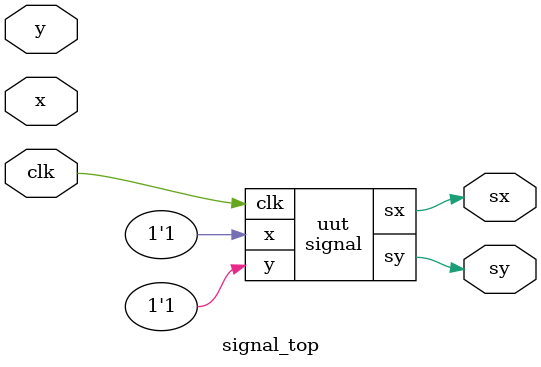
<source format=v>

/*
x	y	sx	sy
--------------------------
0	0	0	0
0	1	0	1
1	0	1	0
1	1	x	x

f(sx)= x AND f(sy)= y
*/

`timescale 1ns/1ps

module signal(
  input wire clk, x, y,
  output reg sx, sy
  
);
  
  always @(posedge clk)
    begin
      sx <= x;
      sy <= y;
    end
  
endmodule

module signal_top(
  input clk, x, y,
  output sx, sy
);
  
  signal uut(clk, 1, 1, sx, sy);
  
endmodule
</source>
